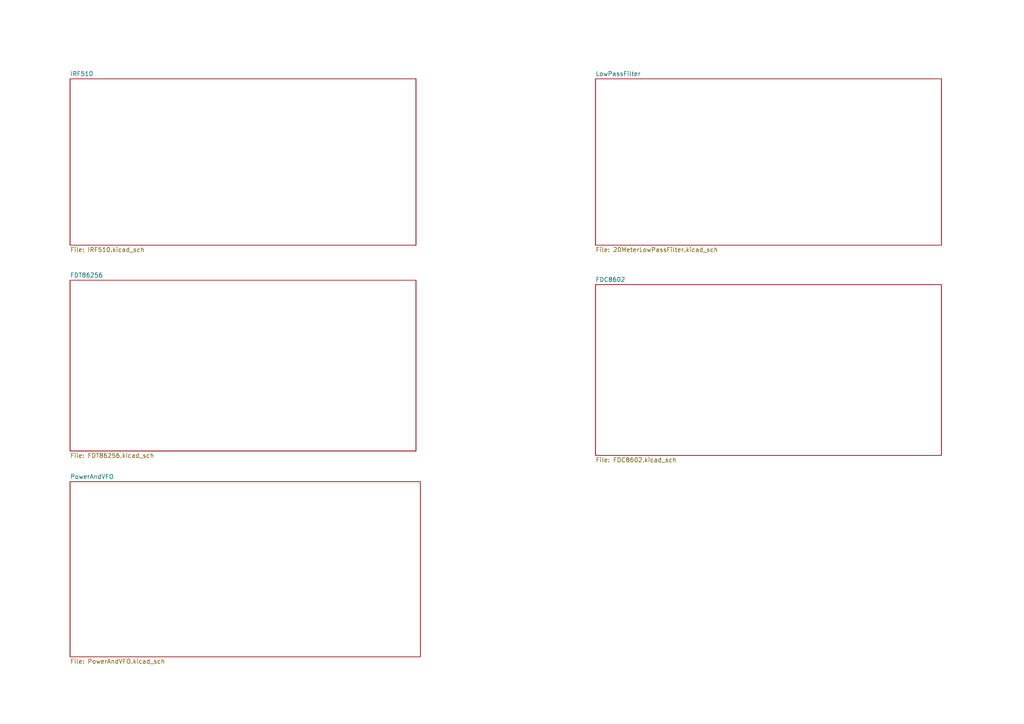
<source format=kicad_sch>
(kicad_sch (version 20230121) (generator eeschema)
  (paper "A4")
  (lib_symbols)
  (sheet (at 20.32 139.7) (size 101.6 50.8) (stroke (width 0.1524))
    (property "Sheetname" "PowerAndVFO" (at 20.32 138.9884 0) (effects (justify left bottom)))
    (property "Sheetfile" "PowerAndVFO.kicad_sch" (at 20.32 191.0846 0) (effects (justify left top)))
  )
  (sheet (at 172.72 82.55) (size 100.33 49.53) (stroke (width 0.1524))
    (property "Sheetname" "FDC8602" (at 172.72 81.8384 0) (effects (justify left bottom)))
    (property "Sheetfile" "FDC8602.kicad_sch" (at 172.72 132.6646 0) (effects (justify left top)))
  )
  (sheet (at 20.32 81.28) (size 100.33 49.53) (stroke (width 0.1524))
    (property "Sheetname" "FDT86256" (at 20.32 80.5684 0) (effects (justify left bottom)))
    (property "Sheetfile" "FDT86256.kicad_sch" (at 20.32 131.3946 0) (effects (justify left top)))
  )
  (sheet (at 20.32 22.86) (size 100.33 48.26) (stroke (width 0.1524))
    (property "Sheetname" "IRF510" (at 20.32 22.1484 0) (effects (justify left bottom)))
    (property "Sheetfile" "IRF510.kicad_sch" (at 20.32 71.7046 0) (effects (justify left top)))
  )
  (sheet (at 172.72 22.86) (size 100.33 48.26) (stroke (width 0.1524))
    (property "Sheetname" "LowPassFilter" (at 172.72 22.1484 0) (effects (justify left bottom)))
    (property "Sheetfile" "20MeterLowPassFilter.kicad_sch" (at 172.72 71.7046 0) (effects (justify left top)))
  )
)
</source>
